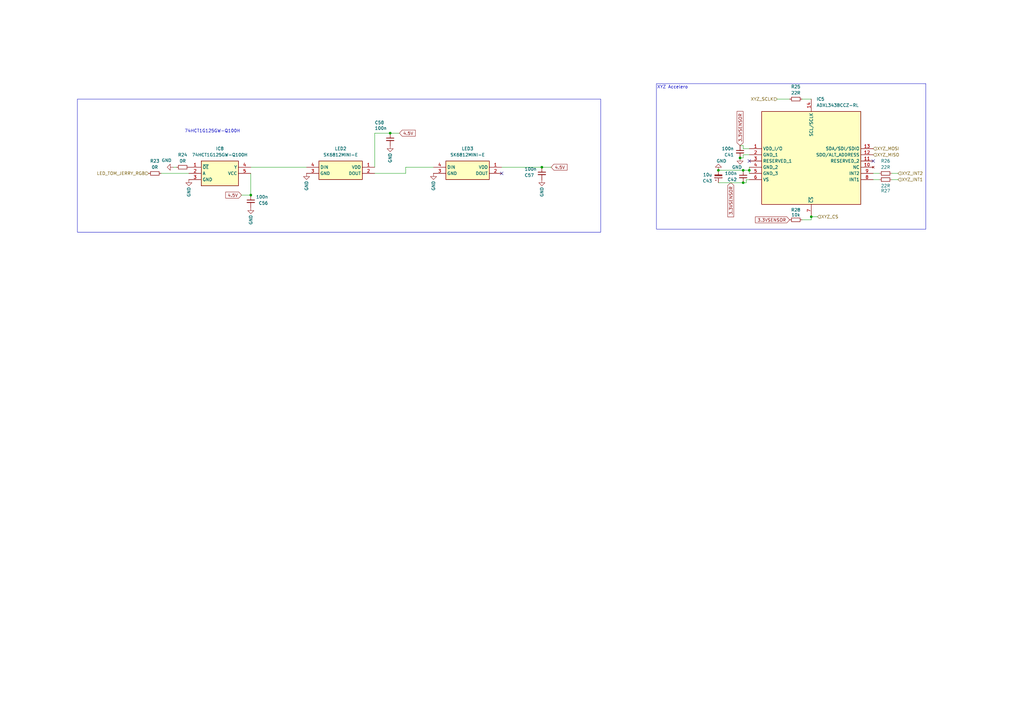
<source format=kicad_sch>
(kicad_sch (version 20250114) (generator "eeschema") (generator_version "9.0")
  (paper "A3")
  (lib_symbols
    (symbol "Device:C_Polarized_Small" (pin_numbers (hide yes)) (pin_names (offset 0.254) (hide yes))
      (property "Reference" "C" (at 0.254 1.778 0))
      (property "Value" "C_Polarized_Small" (at 0.254 -2.032 0))
      (symbol "C_Polarized_Small_0_1"
        (rectangle (start -1.524 0.6858) (end 1.524 0.3048))
        (rectangle (start -1.524 -0.3048) (end 1.524 -0.6858) (fill (type outline)))
        (polyline (pts (xy -1.27 1.524) (xy -0.762 1.524)))
        (polyline (pts (xy -1.016 1.27) (xy -1.016 1.778)))
      )
      (symbol "C_Polarized_Small_1_1"
        (pin passive line (at 0 2.54 270) (length 1.8542) (name "~") (number "1"))
        (pin passive line (at 0 -2.54 90) (length 1.8542) (name "~") (number "2"))
      )
    )
    (symbol "Device:C_Small" (pin_numbers (hide yes)) (pin_names (offset 0.254) (hide yes))
      (property "Reference" "C" (at 0.254 1.778 0))
      (property "Value" "C_Small" (at 0.254 -2.032 0))
      (symbol "C_Small_0_1"
        (polyline (pts (xy -1.524 0.508) (xy 1.524 0.508)) (stroke (width 0.3048)))
        (polyline (pts (xy -1.524 -0.508) (xy 1.524 -0.508)) (stroke (width 0.3302)))
      )
      (symbol "C_Small_1_1"
        (pin passive line (at 0 2.54 270) (length 2.032) (name "~") (number "1"))
        (pin passive line (at 0 -2.54 90) (length 2.032) (name "~") (number "2"))
      )
    )
    (symbol "Device:R_Small" (pin_numbers (hide yes)) (pin_names (offset 0.254) (hide yes))
      (property "Reference" "R" (at 0.762 0.508 0))
      (property "Value" "R_Small" (at 0.762 -1.016 0))
      (symbol "R_Small_0_1"
        (rectangle (start -0.762 1.778) (end 0.762 -1.778) (stroke (width 0.2032)))
      )
      (symbol "R_Small_1_1"
        (pin passive line (at 0 2.54 270) (length 0.762) (name "~") (number "1"))
        (pin passive line (at 0 -2.54 90) (length 0.762) (name "~") (number "2"))
      )
    )
    (symbol "SamacSys_Parts:ADXL343BCCZ-RL"
      (property "Reference" "IC" (at 46.99 20.32 0))
      (property "Value" "ADXL343BCCZ-RL" (at 46.99 17.78 0))
      (symbol "ADXL343BCCZ-RL_1_1"
        (rectangle (start 5.08 15.24) (end 45.72 -22.86) (stroke (width 0.254)) (fill (type background)))
        (pin passive line (at 0 0 0) (length 5.08) (name "VDD_I/O") (number "1"))
        (pin passive line (at 0 -2.54 0) (length 5.08) (name "GND_1") (number "2"))
        (pin passive line (at 0 -5.08 0) (length 5.08) (name "RESERVED_1") (number "3"))
        (pin passive line (at 0 -7.62 0) (length 5.08) (name "GND_2") (number "4"))
        (pin passive line (at 0 -10.16 0) (length 5.08) (name "GND_3") (number "5"))
        (pin passive line (at 0 -12.7 0) (length 5.08) (name "VS") (number "6"))
        (pin passive line (at 25.4 20.32 270) (length 5.08) (name "SCL/SCLK") (number "14"))
        (pin passive line (at 25.4 -27.94 90) (length 5.08) (name "~{CS}") (number "7"))
        (pin passive line (at 50.8 0 180) (length 5.08) (name "SDA/SDI/SDIO") (number "13"))
        (pin passive line (at 50.8 -2.54 180) (length 5.08) (name "SDO/ALT_ADDRESS") (number "12"))
        (pin passive line (at 50.8 -5.08 180) (length 5.08) (name "RESERVED_2") (number "11"))
        (pin no_connect line (at 50.8 -7.62 180) (length 5.08) (name "NC") (number "10"))
        (pin passive line (at 50.8 -10.16 180) (length 5.08) (name "INT2") (number "9"))
        (pin passive line (at 50.8 -12.7 180) (length 5.08) (name "INT1") (number "8"))
      )
    )
    (symbol "power:GND" (power) (pin_numbers (hide yes)) (pin_names (offset 0) (hide yes))
      (property "Value" "GND" (at 0 -3.81 0))
      (symbol "GND_0_1"
        (polyline (pts (xy 0 0) (xy 0 -1.27) (xy 1.27 -1.27) (xy 0 -2.54) (xy -1.27 -1.27) (xy 0 -1.27)))
      )
      (symbol "GND_1_1"
        (pin power_in line (at 0 0 270) (length 0) (name "~") (number "1"))
      )
    )
    (symbol "samacsys:74HCT1G125GW-Q100H"
      (property "Reference" "IC" (at 21.59 7.62 0))
      (property "Value" "74HCT1G125GW-Q100H" (at 21.59 5.08 0))
      (symbol "74HCT1G125GW-Q100H_1_1"
        (rectangle (start 5.08 2.54) (end 20.32 -7.62) (stroke (width 0.254)) (fill (type background)))
        (pin passive line (at 0 0 0) (length 5.08) (name "~{OE}") (number "1"))
        (pin passive line (at 0 -2.54 0) (length 5.08) (name "A") (number "2"))
        (pin passive line (at 0 -5.08 0) (length 5.08) (name "GND") (number "3"))
        (pin passive line (at 25.4 0 180) (length 5.08) (name "Y") (number "4"))
        (pin passive line (at 25.4 -2.54 180) (length 5.08) (name "VCC") (number "5"))
      )
    )
    (symbol "samacsys:SK6812MINI-E"
      (property "Reference" "LED" (at 24.13 7.62 0))
      (property "Value" "SK6812MINI-E" (at 24.13 5.08 0))
      (symbol "SK6812MINI-E_1_1"
        (rectangle (start 5.08 2.54) (end 22.86 -5.08) (stroke (width 0.254)) (fill (type background)))
        (pin passive line (at 0 0 0) (length 5.08) (name "VDD") (number "1"))
        (pin passive line (at 0 -2.54 0) (length 5.08) (name "DOUT") (number "2"))
        (pin passive line (at 27.94 0 180) (length 5.08) (name "DIN") (number "4"))
        (pin passive line (at 27.94 -2.54 180) (length 5.08) (name "GND") (number "3"))
      )
    )
  )
  (rectangle (start 31.75 40.64) (end 246.38 95.25))
  (rectangle (start 269.24 34.29) (end 379.73 93.98))
  (text "XYZ Accelero" (at 275.844 35.814 0) (effects (font (size 1.27 1.27))))
  (text "74HCT1G125GW-Q100H" (at 87.122 53.848 0) (effects (font (size 1.27 1.27))))
  (junction (at 294.64 69.85))
  (junction (at 304.8 69.85))
  (junction (at 307.34 69.85))
  (junction (at 303.53 64.77))
  (junction (at 304.8 74.93))
  (junction (at 160.02 54.61))
  (junction (at 102.87 80.01))
  (junction (at 222.25 68.58))
  (junction (at 332.74 88.9))
  (no_connect (at 358.14 66.04))
  (no_connect (at 205.74 71.12))
  (no_connect (at 307.34 66.04))
  (wire (pts (xy 304.8 63.5) (xy 304.8 64.77)))
  (wire (pts (xy 323.85 40.64) (xy 318.77 40.64)))
  (wire (pts (xy 365.76 73.66) (xy 368.3 73.66)))
  (wire (pts (xy 66.04 71.12) (xy 77.47 71.12)))
  (wire (pts (xy 304.8 64.77) (xy 303.53 64.77)))
  (wire (pts (xy 166.37 68.58) (xy 177.8 68.58)))
  (wire (pts (xy 153.67 71.12) (xy 166.37 71.12)))
  (wire (pts (xy 71.12 68.58) (xy 72.39 68.58)))
  (wire (pts (xy 304.8 60.96) (xy 307.34 60.96)))
  (wire (pts (xy 307.34 63.5) (xy 304.8 63.5)))
  (wire (pts (xy 99.06 80.01) (xy 102.87 80.01)))
  (wire (pts (xy 328.93 40.64) (xy 332.74 40.64)))
  (wire (pts (xy 205.74 68.58) (xy 222.25 68.58)))
  (wire (pts (xy 294.64 69.85) (xy 304.8 69.85)))
  (wire (pts (xy 102.87 71.12) (xy 102.87 80.01)))
  (wire (pts (xy 307.34 68.58) (xy 307.34 69.85)))
  (wire (pts (xy 332.74 88.9) (xy 335.28 88.9)))
  (wire (pts (xy 163.83 54.61) (xy 160.02 54.61)))
  (wire (pts (xy 365.76 71.12) (xy 368.3 71.12)))
  (wire (pts (xy 226.06 68.58) (xy 222.25 68.58)))
  (wire (pts (xy 304.8 59.69) (xy 304.8 60.96)))
  (wire (pts (xy 332.74 90.17) (xy 332.74 88.9)))
  (wire (pts (xy 307.34 69.85) (xy 307.34 71.12)))
  (wire (pts (xy 153.67 54.61) (xy 160.02 54.61)))
  (wire (pts (xy 328.93 90.17) (xy 332.74 90.17)))
  (wire (pts (xy 304.8 74.93) (xy 306.07 74.93)))
  (wire (pts (xy 153.67 68.58) (xy 153.67 54.61)))
  (wire (pts (xy 303.53 59.69) (xy 304.8 59.69)))
  (wire (pts (xy 306.07 73.66) (xy 307.34 73.66)))
  (wire (pts (xy 166.37 71.12) (xy 166.37 68.58)))
  (wire (pts (xy 358.14 71.12) (xy 360.68 71.12)))
  (wire (pts (xy 306.07 74.93) (xy 306.07 73.66)))
  (wire (pts (xy 358.14 73.66) (xy 360.68 73.66)))
  (wire (pts (xy 304.8 69.85) (xy 307.34 69.85)))
  (wire (pts (xy 102.87 68.58) (xy 125.73 68.58)))
  (wire (pts (xy 294.64 74.93) (xy 304.8 74.93)))
  (global_label "3.3VSENSOR" (shape input) (at 299.72 74.93 270) (property "Intersheetrefs" "${INTERSHEET_REFS}" (effects (hide yes))))
  (global_label "4.5V" (shape input) (at 99.06 80.01 180) (property "Intersheetrefs" "${INTERSHEET_REFS}" (effects (hide yes))))
  (global_label "4.5V" (shape input) (at 226.06 68.58 0) (property "Intersheetrefs" "${INTERSHEET_REFS}" (effects (hide yes))))
  (global_label "4.5V" (shape input) (at 163.83 54.61 0) (property "Intersheetrefs" "${INTERSHEET_REFS}" (effects (hide yes))))
  (global_label "3.3VSENSOR" (shape input) (at 303.53 59.69 90) (property "Intersheetrefs" "${INTERSHEET_REFS}" (effects (hide yes))))
  (global_label "3.3VSENSOR" (shape input) (at 323.85 90.17 180) (property "Intersheetrefs" "${INTERSHEET_REFS}" (effects (hide yes))))
  (hierarchical_label "XYZ_MISO" (shape input) (at 358.14 63.5 0))
  (hierarchical_label "XYZ_INT2" (shape input) (at 368.3 71.12 0))
  (hierarchical_label "LED_TOM_JERRY_RGB" (shape input) (at 60.96 71.12 180))
  (hierarchical_label "XYZ_CS" (shape input) (at 335.28 88.9 0))
  (hierarchical_label "XYZ_SCLK" (shape input) (at 318.77 40.64 180))
  (hierarchical_label "XYZ_INT1" (shape input) (at 368.3 73.66 0))
  (hierarchical_label "XYZ_MOSI" (shape input) (at 358.14 60.96 0))
  (symbol (lib_id "samacsys:SK6812MINI-E") (at 205.74 68.58 0) (mirror y) (unit 1)
    (property "Reference" "LED3" (at 191.77 60.96 0))
    (property "Value" "SK6812MINI-E" (at 191.77 63.5 0))
    (property "Footprint" "samacsys:SK6812MINIE" (effects (hide yes)))
    (property "Datasheet" "http://yushakobo.jp/ds/YS-SK6812MINI-E.pdf" (effects (hide yes)))
    (property "Description" "3.2x2.8x1.78 mm 0.2W Intelligent external control surface mount SMD LED (MSL:5a)" (effects (hide yes)))
    (property "Height" "1.88" (effects (hide yes)))
    (property "Manufacturer_Name" "Yellow Stone Corp." (effects (hide yes)))
    (property "Manufacturer_Part_Number" "SK6812MINI-E" (effects (hide yes)))
  )
  (symbol (lib_id "SamacSys_Parts:ADXL343BCCZ-RL") (at 307.34 60.96 0) (unit 1)
    (property "Reference" "IC5" (at 334.8833 40.64 0) (effects (justify left)))
    (property "Value" "ADXL343BCCZ-RL" (at 334.8833 43.18 0) (effects (justify left)))
    (property "Footprint" "samacsys:ADXL343BCCZRL" (effects (hide yes)))
    (property "Datasheet" "https://www.analog.com/media/en/technical-documentation/data-sheets/ADXL343.pdf" (effects (hide yes)))
    (property "Description" "Accelerometer X, Y, Z Axis +/-2g, 4g, 8g, 16g 0.05Hz ~ 1.6kHz 14-LGA (3x5)" (effects (hide yes)))
    (property "Height" "1" (effects (hide yes)))
    (property "Manufacturer_Name" "Analog Devices" (effects (hide yes)))
    (property "Manufacturer_Part_Number" "ADXL343BCCZ-RL" (effects (hide yes)))
    (property "Mouser Part Number" "584-ADXL343BCCZ-R" (effects (hide yes)))
    (property "Mouser Price/Stock" "https://www.mouser.co.uk/ProductDetail/Analog-Devices/ADXL343BCCZ-RL?qs=WIvQP4zGaniHpowyrbt1Aw%3D%3D" (effects (hide yes)))
    (property "Arrow Part Number" "ADXL343BCCZ-RL" (effects (hide yes)))
    (property "Arrow Price/Stock" "https://www.arrow.com/en/products/adxl343bccz-rl/analog-devices?region=nac" (effects (hide yes)))
  )
  (symbol (lib_id "Device:C_Small") (at 102.87 82.55 0) (unit 1)
    (property "Reference" "C56" (at 109.982 83.312 0) (effects (justify right)))
    (property "Value" "100n" (at 109.982 80.772 0) (effects (justify right)))
    (property "Footprint" "samacsys:C_0201_custom" (effects (hide yes)))
    (property "Description" "Unpolarized capacitor, small symbol" (effects (hide yes)))
  )
  (symbol (lib_id "samacsys:74HCT1G125GW-Q100H") (at 77.47 68.58 0) (unit 1)
    (property "Reference" "IC8" (at 90.17 60.96 0))
    (property "Value" "74HCT1G125GW-Q100H" (at 90.17 63.5 0))
    (property "Footprint" "samacsys:74HCT1G125GW-Q100H" (effects (hide yes)))
    (property "Datasheet" "https://assets.nexperia.com/documents/data-sheet/74HC_HCT1G125_Q100.pdf" (effects (hide yes)))
    (property "Description" "NEXPERIA - 74HCT1G125GW-Q100H - BUFFER/LINE DRIV, NON-INVERTING, TSSOP-5" (effects (hide yes)))
    (property "Height" "1.1" (effects (hide yes)))
    (property "Manufacturer_Name" "Nexperia" (effects (hide yes)))
    (property "Manufacturer_Part_Number" "74HCT1G125GW-Q100H" (effects (hide yes)))
    (property "Mouser Part Number" "77174HCT1G125GWQ100H" (effects (hide yes)))
    (property "Mouser Price/Stock" "https://www.mouser.co.uk/ProductDetail/Nexperia/74HCT1G125GW-Q100H?qs=cbprxTG2Yq%2FbXI1mt0V2hg%3D%3D" (effects (hide yes)))
    (property "Arrow Part Number" "74HCT1G125GW-Q100H" (effects (hide yes)))
    (property "Arrow Price/Stock" "https://www.arrow.com/en/products/74hct1g125gw-q100h/nexperia?region=nac" (effects (hide yes)))
  )
  (symbol (lib_id "power:GND") (at 71.12 68.58 270) (unit 1)
    (property "Reference" "#PWR0106" (effects (hide yes)))
    (property "Value" "GND" (at 68.326 65.786 90))
    (property "Description" "Power symbol creates a global label with name \"GND\" , ground" (effects (hide yes)))
  )
  (symbol (lib_id "power:GND") (at 177.8 71.12 0) (mirror y) (unit 1)
    (property "Reference" "#PWR0111" (effects (hide yes)))
    (property "Value" "GND" (at 177.8 76.2 90))
    (property "Description" "Power symbol creates a global label with name \"GND\" , ground" (effects (hide yes)))
  )
  (symbol (lib_id "Device:R_Small") (at 363.22 73.66 90) (unit 1)
    (property "Reference" "R27" (at 363.22 78.232 90))
    (property "Value" "22R" (at 363.22 76.2 90))
    (property "Footprint" "Resistor_SMD:R_0201_0603Metric" (effects (hide yes)))
    (property "Description" "Resistor, small symbol" (effects (hide yes)))
    (property "Manufacturer_Part_Number" "ERJ-1GNF1000C" (effects (hide yes)))
    (property "Manufacturer_Name" "Panasonic" (effects (hide yes)))
    (property "Mouser Part Number" "667-ERJ-1GNF1000C" (effects (hide yes)))
  )
  (symbol (lib_id "samacsys:SK6812MINI-E") (at 153.67 68.58 0) (mirror y) (unit 1)
    (property "Reference" "LED2" (at 139.7 60.96 0))
    (property "Value" "SK6812MINI-E" (at 139.7 63.5 0))
    (property "Footprint" "samacsys:SK6812MINIE" (effects (hide yes)))
    (property "Datasheet" "http://yushakobo.jp/ds/YS-SK6812MINI-E.pdf" (effects (hide yes)))
    (property "Description" "3.2x2.8x1.78 mm 0.2W Intelligent external control surface mount SMD LED (MSL:5a)" (effects (hide yes)))
    (property "Height" "1.88" (effects (hide yes)))
    (property "Manufacturer_Name" "Yellow Stone Corp." (effects (hide yes)))
    (property "Manufacturer_Part_Number" "SK6812MINI-E" (effects (hide yes)))
  )
  (symbol (lib_id "Device:C_Polarized_Small") (at 294.64 72.39 0) (mirror x) (unit 1)
    (property "Reference" "C43" (at 292.1 74.2062 0) (effects (justify right)))
    (property "Value" "10u" (at 292.1 71.6662 0) (effects (justify right)))
    (property "Footprint" "Capacitor_Tantalum_SMD:CP_EIA-1608-08_AVX-J" (effects (hide yes)))
    (property "Description" "Polarized capacitor, small symbol" (effects (hide yes)))
  )
  (symbol (lib_id "Device:R_Small") (at 326.39 90.17 90) (unit 1)
    (property "Reference" "R28" (at 326.39 86.106 90))
    (property "Value" "10k" (at 326.39 88.138 90))
    (property "Footprint" "Resistor_SMD:R_0201_0603Metric" (effects (hide yes)))
    (property "Description" "Resistor, small symbol" (effects (hide yes)))
    (property "Manufacturer_Part_Number" "ERJ-1GNF1000C" (effects (hide yes)))
    (property "Manufacturer_Name" "Panasonic" (effects (hide yes)))
    (property "Mouser Part Number" "667-ERJ-1GNF1000C" (effects (hide yes)))
  )
  (symbol (lib_id "power:GND") (at 125.73 71.12 0) (unit 1)
    (property "Reference" "#PWR0108" (effects (hide yes)))
    (property "Value" "GND" (at 125.73 76.2 90))
    (property "Description" "Power symbol creates a global label with name \"GND\" , ground" (effects (hide yes)))
  )
  (symbol (lib_id "Device:C_Small") (at 303.53 62.23 0) (unit 1)
    (property "Reference" "C41" (at 300.99 63.5065 0) (effects (justify right)))
    (property "Value" "100n" (at 300.99 60.9665 0) (effects (justify right)))
    (property "Footprint" "Capacitor_SMD:C_0201_0603Metric" (effects (hide yes)))
    (property "Description" "Unpolarized capacitor, small symbol" (effects (hide yes)))
  )
  (symbol (lib_id "Device:C_Small") (at 222.25 71.12 0) (mirror y) (unit 1)
    (property "Reference" "C57" (at 215.138 71.882 0) (effects (justify right)))
    (property "Value" "100n" (at 215.138 69.342 0) (effects (justify right)))
    (property "Footprint" "samacsys:C_0201_custom" (effects (hide yes)))
    (property "Description" "Unpolarized capacitor, small symbol" (effects (hide yes)))
  )
  (symbol (lib_id "Device:R_Small") (at 326.39 40.64 90) (unit 1)
    (property "Reference" "R25" (at 326.39 35.56 90))
    (property "Value" "22R" (at 326.39 38.1 90))
    (property "Footprint" "samacsys:R_0201_custom" (effects (hide yes)))
    (property "Description" "Resistor, small symbol" (effects (hide yes)))
    (property "Manufacturer_Part_Number" "ERJ-1GNF1000C" (effects (hide yes)))
    (property "Manufacturer_Name" "Panasonic" (effects (hide yes)))
    (property "Mouser Part Number" "667-ERJ-1GNF1000C" (effects (hide yes)))
  )
  (symbol (lib_id "power:GND") (at 102.87 85.09 0) (unit 1)
    (property "Reference" "#PWR0107" (effects (hide yes)))
    (property "Value" "GND" (at 102.87 90.17 90))
    (property "Description" "Power symbol creates a global label with name \"GND\" , ground" (effects (hide yes)))
  )
  (symbol (lib_id "power:GND") (at 294.64 69.85 180) (unit 1)
    (property "Reference" "#PWR092" (effects (hide yes)))
    (property "Value" "GND" (at 295.91 66.04 0))
    (property "Description" "Power symbol creates a global label with name \"GND\" , ground" (effects (hide yes)))
  )
  (symbol (lib_id "power:GND") (at 303.53 64.77 0) (unit 1)
    (property "Reference" "#PWR093" (effects (hide yes)))
    (property "Value" "GND" (at 302.26 68.58 0))
    (property "Description" "Power symbol creates a global label with name \"GND\" , ground" (effects (hide yes)))
  )
  (symbol (lib_id "power:GND") (at 160.02 59.69 0) (mirror y) (unit 1)
    (property "Reference" "#PWR0110" (effects (hide yes)))
    (property "Value" "GND" (at 160.02 64.77 90))
    (property "Description" "Power symbol creates a global label with name \"GND\" , ground" (effects (hide yes)))
  )
  (symbol (lib_id "Device:C_Small") (at 160.02 57.15 0) (mirror y) (unit 1)
    (property "Reference" "C58" (at 153.67 50.292 0) (effects (justify right)))
    (property "Value" "100n" (at 153.67 52.578 0) (effects (justify right)))
    (property "Footprint" "samacsys:C_0201_custom" (effects (hide yes)))
    (property "Description" "Unpolarized capacitor, small symbol" (effects (hide yes)))
  )
  (symbol (lib_id "power:GND") (at 77.47 73.66 0) (unit 1)
    (property "Reference" "#PWR068" (effects (hide yes)))
    (property "Value" "GND" (at 77.47 78.74 90))
    (property "Description" "Power symbol creates a global label with name \"GND\" , ground" (effects (hide yes)))
  )
  (symbol (lib_id "Device:R_Small") (at 74.93 68.58 90) (unit 1)
    (property "Reference" "R24" (at 74.93 63.5 90))
    (property "Value" "0R" (at 74.93 66.04 90))
    (property "Footprint" "samacsys:R_0201_custom" (effects (hide yes)))
    (property "Description" "Resistor, small symbol" (effects (hide yes)))
    (property "Manufacturer_Part_Number" "ERJ-1GNF1000C" (effects (hide yes)))
    (property "Manufacturer_Name" "Panasonic" (effects (hide yes)))
    (property "Mouser Part Number" "667-ERJ-1GNF1000C" (effects (hide yes)))
  )
  (symbol (lib_id "Device:R_Small") (at 63.5 71.12 90) (unit 1)
    (property "Reference" "R23" (at 63.5 66.04 90))
    (property "Value" "0R" (at 63.5 68.58 90))
    (property "Footprint" "samacsys:R_0201_custom" (effects (hide yes)))
    (property "Description" "Resistor, small symbol" (effects (hide yes)))
    (property "Manufacturer_Part_Number" "ERJ-1GNF1000C" (effects (hide yes)))
    (property "Manufacturer_Name" "Panasonic" (effects (hide yes)))
    (property "Mouser Part Number" "667-ERJ-1GNF1000C" (effects (hide yes)))
  )
  (symbol (lib_id "Device:R_Small") (at 363.22 71.12 90) (unit 1)
    (property "Reference" "R26" (at 363.22 66.04 90))
    (property "Value" "22R" (at 363.22 68.58 90))
    (property "Footprint" "Resistor_SMD:R_0201_0603Metric" (effects (hide yes)))
    (property "Description" "Resistor, small symbol" (effects (hide yes)))
    (property "Manufacturer_Part_Number" "ERJ-1GNF1000C" (effects (hide yes)))
    (property "Manufacturer_Name" "Panasonic" (effects (hide yes)))
    (property "Mouser Part Number" "667-ERJ-1GNF1000C" (effects (hide yes)))
  )
  (symbol (lib_id "power:GND") (at 222.25 73.66 0) (mirror y) (unit 1)
    (property "Reference" "#PWR0109" (effects (hide yes)))
    (property "Value" "GND" (at 222.25 78.74 90))
    (property "Description" "Power symbol creates a global label with name \"GND\" , ground" (effects (hide yes)))
  )
  (symbol (lib_id "Device:C_Small") (at 304.8 72.39 0) (unit 1)
    (property "Reference" "C42" (at 302.26 73.6665 0) (effects (justify right)))
    (property "Value" "100n" (at 302.26 71.1265 0) (effects (justify right)))
    (property "Footprint" "samacsys:C_0201_custom" (effects (hide yes)))
    (property "Description" "Unpolarized capacitor, small symbol" (effects (hide yes)))
  )
)
</source>
